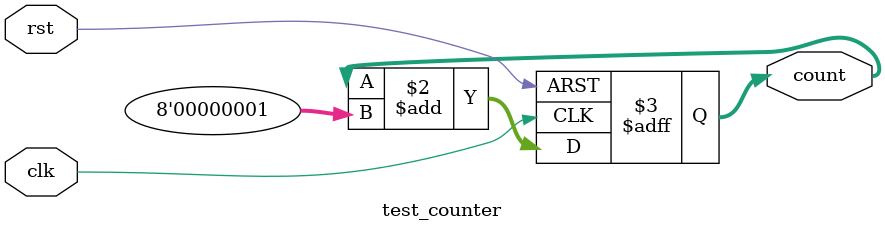
<source format=sv>

module test_counter(
  input logic clk,
  input logic rst,
  output logic [7:0] count
);
  always_ff @(posedge clk or posedge rst) begin
    if (rst)
      count <= 8'h0;
    else
      count <= count + 8'h1;
  end
endmodule

</source>
